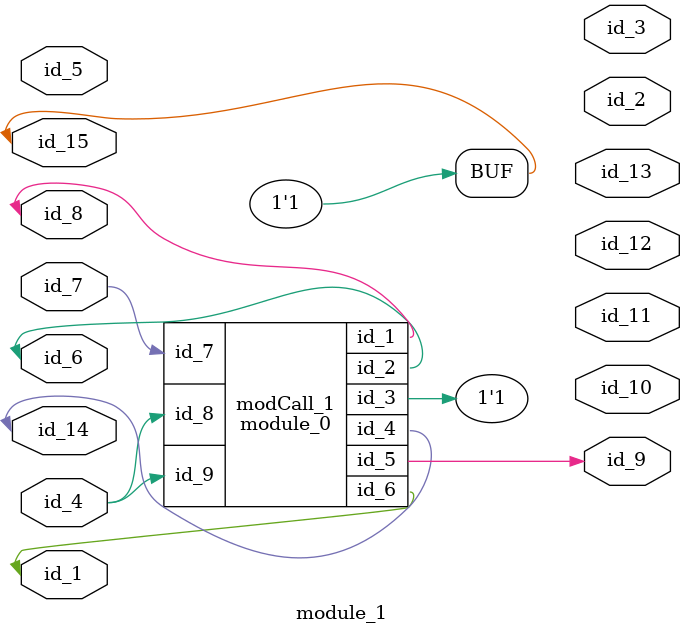
<source format=v>
module module_0 (
    id_1,
    id_2,
    id_3,
    id_4,
    id_5,
    id_6,
    id_7,
    id_8,
    id_9
);
  input wire id_9;
  input wire id_8;
  input wire id_7;
  inout wire id_6;
  output wire id_5;
  output wire id_4;
  inout wire id_3;
  inout wire id_2;
  output wire id_1;
  integer id_10;
endmodule
module module_1 (
    id_1,
    id_2,
    id_3,
    id_4,
    id_5,
    id_6,
    id_7,
    id_8,
    id_9,
    id_10,
    id_11,
    id_12,
    id_13,
    id_14,
    id_15
);
  inout wire id_15;
  inout wire id_14;
  output wire id_13;
  output wire id_12;
  output wire id_11;
  output wire id_10;
  output wire id_9;
  inout wire id_8;
  input wire id_7;
  inout wire id_6;
  input wire id_5;
  input wire id_4;
  output wire id_3;
  output wire id_2;
  inout wire id_1;
  module_0 modCall_1 (
      id_8,
      id_6,
      id_15,
      id_14,
      id_9,
      id_1,
      id_7,
      id_4,
      id_4
  );
  assign id_15 = 1;
endmodule

</source>
